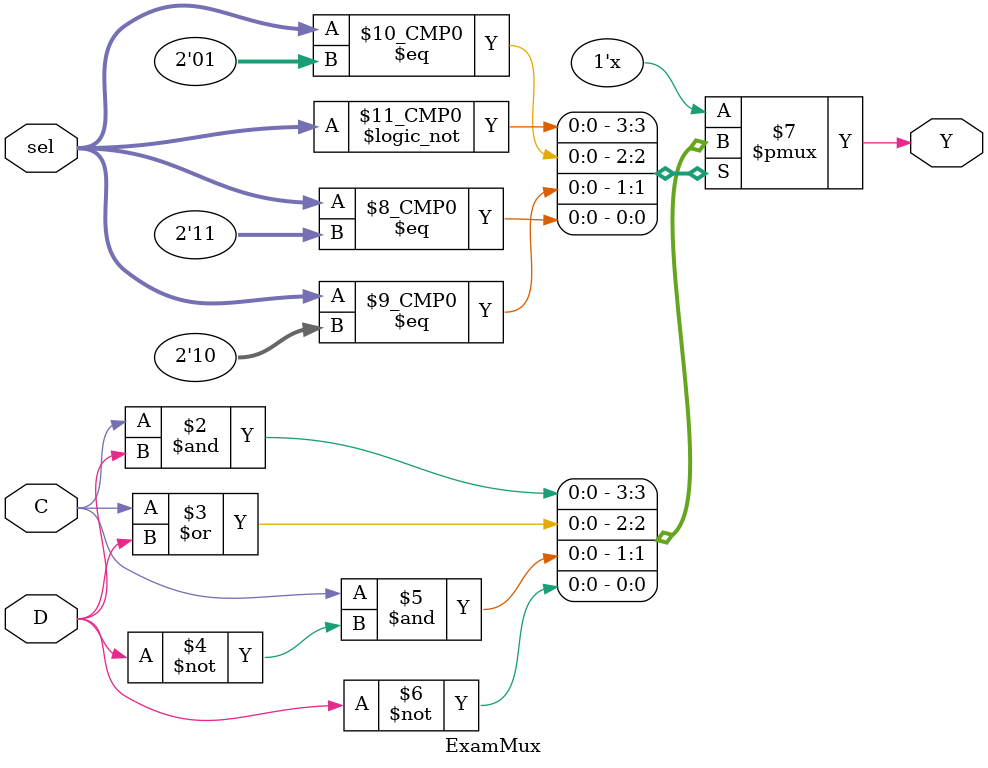
<source format=v>
`timescale 1ns / 1ps

module ExamMux(
    input C, D, 
    input [1:0] sel, // A, B inputs
    output reg Y // mux out
    );

always @ (sel, C, D)
begin
    case(sel)
        0:  Y = (C & D);
        1:  Y = (C | D);
        2:  Y = (C & ~D);
        3:  Y = ~D;
        default: Y = 1'b0;
    endcase
end

endmodule

</source>
